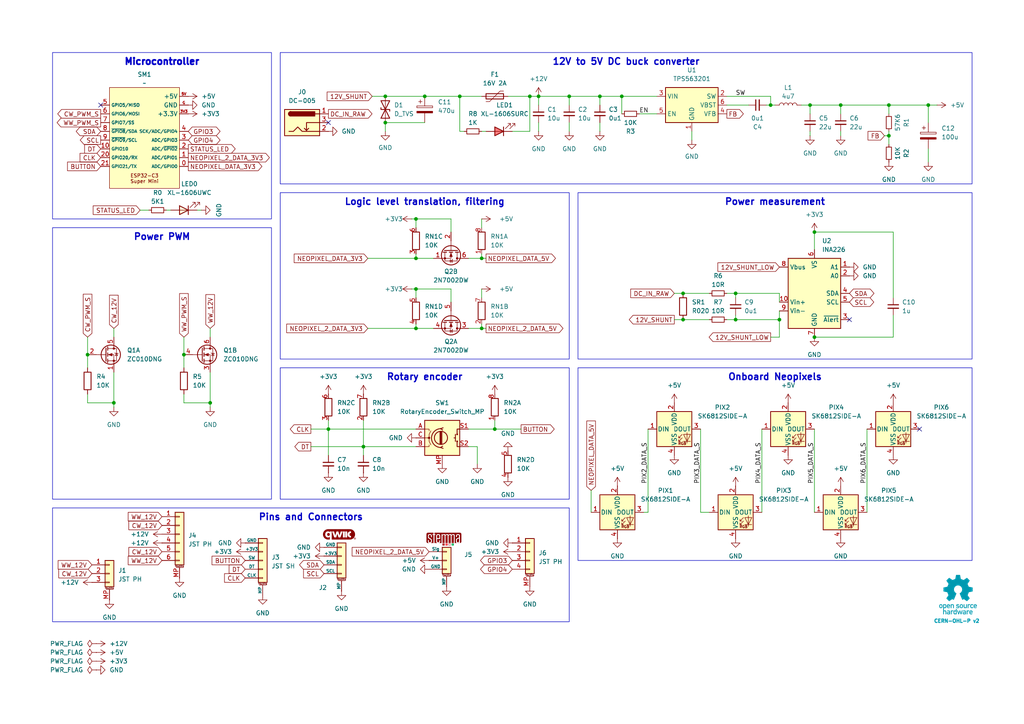
<source format=kicad_sch>
(kicad_sch (version 20231120) (generator "eeschema") (generator_version "8.0")
  (paper "A4")
  (junction (at 213.36 85.09))
  (junction (at 111.76 27.94))
  (junction (at 257.81 39.37))
  (junction (at 269.24 30.48))
  (junction (at 226.06 92.71))
  (junction (at 236.22 67.31))
  (junction (at 139.7 74.93))
  (junction (at 156.21 27.94))
  (junction (at 180.34 27.94))
  (junction (at 133.35 27.94))
  (junction (at 234.95 30.48))
  (junction (at 33.02 116.84))
  (junction (at 198.12 92.71))
  (junction (at 111.76 35.56))
  (junction (at 120.65 74.93))
  (junction (at 153.67 27.94))
  (junction (at 257.81 30.48))
  (junction (at 173.99 27.94))
  (junction (at 60.96 116.84))
  (junction (at 25.4 102.87))
  (junction (at 213.36 92.71))
  (junction (at 120.65 95.25))
  (junction (at 243.84 30.48))
  (junction (at 223.52 30.48))
  (junction (at 165.1 27.94))
  (junction (at 123.19 27.94))
  (junction (at 53.34 102.87))
  (junction (at 139.7 95.25))
  (junction (at 143.51 124.46))
  (junction (at 236.22 97.79))
  (junction (at 120.65 83.82))
  (junction (at 198.12 85.09))
  (junction (at 120.65 63.5))
  (junction (at 95.25 124.46))
  (junction (at 105.41 129.54))
  (no_connect (at 29.21 30.48))
  (no_connect (at 246.38 92.71))
  (no_connect (at 266.7 124.46))
  (no_connect (at 95.25 35.56))
  (wire (pts (xy 156.21 30.48) (xy 156.21 27.94)))
  (wire (pts (xy 210.82 85.09) (xy 213.36 85.09)))
  (wire (pts (xy 226.06 97.79) (xy 226.06 92.71)))
  (wire (pts (xy 213.36 85.09) (xy 213.36 86.36)))
  (wire (pts (xy 173.99 38.1) (xy 173.99 35.56)))
  (wire (pts (xy 203.2 148.59) (xy 205.74 148.59)))
  (wire (pts (xy 153.67 27.94) (xy 153.67 38.1)))
  (wire (pts (xy 111.76 27.94) (xy 123.19 27.94)))
  (wire (pts (xy 198.12 85.09) (xy 205.74 85.09)))
  (wire (pts (xy 95.25 124.46) (xy 120.65 124.46)))
  (wire (pts (xy 171.45 142.24) (xy 171.45 148.59)))
  (wire (pts (xy 120.65 83.82) (xy 130.81 83.82)))
  (wire (pts (xy 223.52 27.94) (xy 223.52 30.48)))
  (wire (pts (xy 236.22 124.46) (xy 236.22 148.59)))
  (wire (pts (xy 33.02 107.95) (xy 33.02 116.84)))
  (wire (pts (xy 203.2 124.46) (xy 203.2 148.59)))
  (wire (pts (xy 234.95 30.48) (xy 234.95 33.02)))
  (wire (pts (xy 243.84 30.48) (xy 257.81 30.48)))
  (wire (pts (xy 120.65 63.5) (xy 120.65 66.04)))
  (wire (pts (xy 251.46 124.46) (xy 251.46 148.59)))
  (wire (pts (xy 106.68 74.93) (xy 120.65 74.93)))
  (wire (pts (xy 138.43 129.54) (xy 138.43 134.62)))
  (wire (pts (xy 232.41 30.48) (xy 234.95 30.48)))
  (wire (pts (xy 58.42 60.96) (xy 57.15 60.96)))
  (wire (pts (xy 226.06 92.71) (xy 213.36 92.71)))
  (wire (pts (xy 120.65 83.82) (xy 120.65 86.36)))
  (wire (pts (xy 210.82 30.48) (xy 217.17 30.48)))
  (wire (pts (xy 53.34 116.84) (xy 60.96 116.84)))
  (wire (pts (xy 223.52 30.48) (xy 224.79 30.48)))
  (wire (pts (xy 259.08 67.31) (xy 236.22 67.31)))
  (wire (pts (xy 111.76 35.56) (xy 111.76 38.1)))
  (wire (pts (xy 135.89 95.25) (xy 139.7 95.25)))
  (wire (pts (xy 173.99 30.48) (xy 173.99 27.94)))
  (wire (pts (xy 156.21 38.1) (xy 156.21 35.56)))
  (wire (pts (xy 25.4 102.87) (xy 25.4 106.68)))
  (wire (pts (xy 147.32 27.94) (xy 153.67 27.94)))
  (wire (pts (xy 139.7 74.93) (xy 140.97 74.93)))
  (wire (pts (xy 195.58 85.09) (xy 198.12 85.09)))
  (wire (pts (xy 119.38 83.82) (xy 120.65 83.82)))
  (wire (pts (xy 135.89 124.46) (xy 143.51 124.46)))
  (wire (pts (xy 236.22 97.79) (xy 259.08 97.79)))
  (wire (pts (xy 25.4 116.84) (xy 33.02 116.84)))
  (wire (pts (xy 139.7 38.1) (xy 140.97 38.1)))
  (wire (pts (xy 236.22 67.31) (xy 236.22 72.39)))
  (wire (pts (xy 226.06 90.17) (xy 226.06 92.71)))
  (wire (pts (xy 119.38 63.5) (xy 120.65 63.5)))
  (wire (pts (xy 165.1 38.1) (xy 165.1 35.56)))
  (wire (pts (xy 60.96 107.95) (xy 60.96 116.84)))
  (wire (pts (xy 130.81 87.63) (xy 130.81 83.82)))
  (wire (pts (xy 220.98 124.46) (xy 220.98 148.59)))
  (wire (pts (xy 48.26 60.96) (xy 49.53 60.96)))
  (wire (pts (xy 234.95 30.48) (xy 243.84 30.48)))
  (wire (pts (xy 120.65 73.66) (xy 120.65 74.93)))
  (wire (pts (xy 143.51 121.92) (xy 143.51 124.46)))
  (wire (pts (xy 107.95 27.94) (xy 111.76 27.94)))
  (wire (pts (xy 185.42 33.02) (xy 190.5 33.02)))
  (wire (pts (xy 139.7 95.25) (xy 140.97 95.25)))
  (wire (pts (xy 120.65 63.5) (xy 130.81 63.5)))
  (wire (pts (xy 257.81 30.48) (xy 257.81 33.02)))
  (wire (pts (xy 33.02 116.84) (xy 33.02 118.11)))
  (wire (pts (xy 133.35 27.94) (xy 139.7 27.94)))
  (wire (pts (xy 186.69 148.59) (xy 187.96 148.59)))
  (wire (pts (xy 90.17 129.54) (xy 105.41 129.54)))
  (wire (pts (xy 25.4 97.79) (xy 25.4 102.87)))
  (wire (pts (xy 106.68 95.25) (xy 120.65 95.25)))
  (wire (pts (xy 210.82 27.94) (xy 223.52 27.94)))
  (wire (pts (xy 213.36 92.71) (xy 213.36 91.44)))
  (wire (pts (xy 53.34 102.87) (xy 53.34 106.68)))
  (wire (pts (xy 269.24 43.18) (xy 269.24 46.99)))
  (wire (pts (xy 143.51 124.46) (xy 151.13 124.46)))
  (wire (pts (xy 105.41 129.54) (xy 105.41 121.92)))
  (wire (pts (xy 133.35 27.94) (xy 133.35 38.1)))
  (wire (pts (xy 139.7 73.66) (xy 139.7 74.93)))
  (wire (pts (xy 257.81 39.37) (xy 257.81 41.91)))
  (wire (pts (xy 165.1 30.48) (xy 165.1 27.94)))
  (wire (pts (xy 259.08 86.36) (xy 259.08 67.31)))
  (wire (pts (xy 25.4 114.3) (xy 25.4 116.84)))
  (wire (pts (xy 120.65 74.93) (xy 125.73 74.93)))
  (wire (pts (xy 123.19 27.94) (xy 133.35 27.94)))
  (wire (pts (xy 187.96 148.59) (xy 187.96 124.46)))
  (wire (pts (xy 165.1 27.94) (xy 173.99 27.94)))
  (wire (pts (xy 243.84 39.37) (xy 243.84 38.1)))
  (wire (pts (xy 120.65 93.98) (xy 120.65 95.25)))
  (wire (pts (xy 269.24 30.48) (xy 271.78 30.48)))
  (wire (pts (xy 130.81 67.31) (xy 130.81 63.5)))
  (wire (pts (xy 259.08 91.44) (xy 259.08 97.79)))
  (wire (pts (xy 156.21 27.94) (xy 165.1 27.94)))
  (wire (pts (xy 60.96 116.84) (xy 60.96 118.11)))
  (wire (pts (xy 173.99 27.94) (xy 180.34 27.94)))
  (wire (pts (xy 223.52 97.79) (xy 226.06 97.79)))
  (wire (pts (xy 53.34 97.79) (xy 53.34 102.87)))
  (wire (pts (xy 153.67 38.1) (xy 148.59 38.1)))
  (wire (pts (xy 105.41 129.54) (xy 105.41 132.08)))
  (wire (pts (xy 120.65 95.25) (xy 125.73 95.25)))
  (wire (pts (xy 210.82 92.71) (xy 213.36 92.71)))
  (wire (pts (xy 135.89 129.54) (xy 138.43 129.54)))
  (wire (pts (xy 139.7 63.5) (xy 139.7 66.04)))
  (wire (pts (xy 153.67 27.94) (xy 156.21 27.94)))
  (wire (pts (xy 180.34 27.94) (xy 180.34 33.02)))
  (wire (pts (xy 43.18 60.96) (xy 40.64 60.96)))
  (wire (pts (xy 95.25 121.92) (xy 95.25 124.46)))
  (wire (pts (xy 135.89 74.93) (xy 139.7 74.93)))
  (wire (pts (xy 33.02 95.25) (xy 33.02 97.79)))
  (wire (pts (xy 111.76 35.56) (xy 123.19 35.56)))
  (wire (pts (xy 226.06 85.09) (xy 213.36 85.09)))
  (wire (pts (xy 95.25 124.46) (xy 95.25 132.08)))
  (wire (pts (xy 180.34 27.94) (xy 190.5 27.94)))
  (wire (pts (xy 198.12 92.71) (xy 205.74 92.71)))
  (wire (pts (xy 234.95 39.37) (xy 234.95 38.1)))
  (wire (pts (xy 53.34 114.3) (xy 53.34 116.84)))
  (wire (pts (xy 105.41 129.54) (xy 120.65 129.54)))
  (wire (pts (xy 222.25 30.48) (xy 223.52 30.48)))
  (wire (pts (xy 257.81 30.48) (xy 269.24 30.48)))
  (wire (pts (xy 139.7 93.98) (xy 139.7 95.25)))
  (wire (pts (xy 226.06 87.63) (xy 226.06 85.09)))
  (wire (pts (xy 195.58 92.71) (xy 198.12 92.71)))
  (wire (pts (xy 243.84 33.02) (xy 243.84 30.48)))
  (wire (pts (xy 133.35 38.1) (xy 134.62 38.1)))
  (wire (pts (xy 256.54 39.37) (xy 257.81 39.37)))
  (wire (pts (xy 60.96 95.25) (xy 60.96 97.79)))
  (wire (pts (xy 139.7 83.82) (xy 139.7 86.36)))
  (wire (pts (xy 200.66 40.64) (xy 200.66 38.1)))
  (wire (pts (xy 257.81 38.1) (xy 257.81 39.37)))
  (wire (pts (xy 269.24 30.48) (xy 269.24 35.56)))
  (wire (pts (xy 90.17 124.46) (xy 95.25 124.46)))
  (image (at 277.876 172.466) (scale 0.1691))
  (text_box "Onboard Neopixels" (at 167.64 106.68 0) (size 114.3 55.88) (effects (font (size 1.905 1.905) (thickness 0.381) (bold yes)) (justify top)))
  (text_box "Logic level translation, filtering" (at 81.28 55.88 0) (size 83.82 48.26) (effects (font (size 1.905 1.905) (thickness 0.381) (bold yes)) (justify top)))
  (text_box "Pins and Connectors" (at 15.24 147.32 0) (size 149.86 33.02) (effects (font (size 1.905 1.905) (thickness 0.381) (bold yes)) (justify top)))
  (text_box "Power PWM" (at 15.24 66.04 0) (size 63.5 78.74) (effects (font (size 1.905 1.905) (thickness 0.381) (bold yes)) (justify top)))
  (text_box "Power measurement" (at 167.64 55.88 0) (size 114.3 48.26) (effects (font (size 1.905 1.905) (thickness 0.381) (bold yes)) (justify top)))
  (text_box "Rotary encoder" (at 81.28 106.68 0) (size 83.82 38.1) (effects (font (size 1.905 1.905) (thickness 0.381) (bold yes)) (justify top)))
  (text_box "Microcontroller" (at 15.24 15.24 0) (size 63.5 48.26) (effects (font (size 1.905 1.905) (thickness 0.508) (bold yes)) (justify top)))
  (text_box "12V to 5V DC buck converter" (at 81.28 15.24 0) (size 200.66 38.1) (effects (font (size 1.905 1.905) (thickness 0.381) (bold yes)) (justify top)))
  (text "CERN-OHL-P v2" (at 277.495 180.34 0) (effects (font (size 1.016 1.016) (thickness 0.4) (bold yes))))
  (label "SW" (at 213.36 27.94 0))
  (label "PIX6_DATA_S" (at 251.46 128.27 270))
  (label "EN" (at 185.42 33.02 0))
  (label "PIX5_DATA_S" (at 236.22 128.27 270))
  (label "PIX2_DATA_S" (at 187.96 128.27 270))
  (label "PIX4_DATA_S" (at 220.98 128.27 270))
  (label "PIX3_DATA_S" (at 203.2 128.27 270))
  (global_label "DC_IN_RAW" (shape input) (at 195.58 85.09 180) (property "Intersheetrefs" "${INTERSHEET_REFS}" (effects (hide yes))))
  (global_label "WW_12V" (shape input) (at 26.67 163.83 180) (property "Intersheetrefs" "${INTERSHEET_REFS}" (effects (hide yes))))
  (global_label "NEOPIXEL_DATA_5V" (shape input) (at 171.45 142.24 90) (property "Intersheetrefs" "${INTERSHEET_REFS}" (effects (hide yes))))
  (global_label "CLK" (shape output) (at 90.17 124.46 180) (property "Intersheetrefs" "${INTERSHEET_REFS}" (effects (hide yes))))
  (global_label "CW_12V" (shape input) (at 46.99 152.4 180) (property "Intersheetrefs" "${INTERSHEET_REFS}" (effects (hide yes))))
  (global_label "CLK" (shape input) (at 29.21 45.72 180) (property "Intersheetrefs" "${INTERSHEET_REFS}" (effects (hide yes))))
  (global_label "BUTTON" (shape input) (at 29.21 48.26 180) (property "Intersheetrefs" "${INTERSHEET_REFS}" (effects (hide yes))))
  (global_label "WW_12V" (shape input) (at 46.99 149.86 180) (property "Intersheetrefs" "${INTERSHEET_REFS}" (effects (hide yes))))
  (global_label "SCL" (shape bidirectional) (at 246.38 87.63 0) (property "Intersheetrefs" "${INTERSHEET_REFS}" (effects (hide yes))))
  (global_label "DT" (shape input) (at 71.12 165.1 180) (property "Intersheetrefs" "${INTERSHEET_REFS}" (effects (hide yes))))
  (global_label "WW_12V" (shape input) (at 60.96 95.25 90) (property "Intersheetrefs" "${INTERSHEET_REFS}" (effects (hide yes))))
  (global_label "SDA" (shape bidirectional) (at 246.38 85.09 0) (property "Intersheetrefs" "${INTERSHEET_REFS}" (effects (hide yes))))
  (global_label "12V_SHUNT" (shape input) (at 107.95 27.94 180) (property "Intersheetrefs" "${INTERSHEET_REFS}" (effects (hide yes))))
  (global_label "NEOPIXEL_DATA_5V" (shape output) (at 140.97 74.93 0) (property "Intersheetrefs" "${INTERSHEET_REFS}" (effects (hide yes))))
  (global_label "STATUS_LED" (shape input) (at 40.64 60.96 180) (property "Intersheetrefs" "${INTERSHEET_REFS}" (effects (hide yes))))
  (global_label "GPIO4" (shape bidirectional) (at 54.61 40.64 0) (property "Intersheetrefs" "${INTERSHEET_REFS}" (effects (hide yes))))
  (global_label "WW_PWM_S" (shape output) (at 29.21 35.56 180) (property "Intersheetrefs" "${INTERSHEET_REFS}" (effects (hide yes))))
  (global_label "CLK" (shape input) (at 71.12 167.64 180) (property "Intersheetrefs" "${INTERSHEET_REFS}" (effects (hide yes))))
  (global_label "WW_12V" (shape input) (at 46.99 162.56 180) (property "Intersheetrefs" "${INTERSHEET_REFS}" (effects (hide yes))))
  (global_label "FB" (shape input) (at 256.54 39.37 180) (property "Intersheetrefs" "${INTERSHEET_REFS}" (effects (hide yes))))
  (global_label "CW_12V" (shape input) (at 26.67 166.37 180) (property "Intersheetrefs" "${INTERSHEET_REFS}" (effects (hide yes))))
  (global_label "DC_IN_RAW" (shape output) (at 95.25 33.02 0) (property "Intersheetrefs" "${INTERSHEET_REFS}" (effects (hide yes))))
  (global_label "BUTTON" (shape input) (at 71.12 162.56 180) (property "Intersheetrefs" "${INTERSHEET_REFS}" (effects (hide yes))))
  (global_label "SCL" (shape input) (at 93.98 166.37 180) (property "Intersheetrefs" "${INTERSHEET_REFS}" (effects (hide yes))))
  (global_label "CW_12V" (shape input) (at 33.02 95.25 90) (property "Intersheetrefs" "${INTERSHEET_REFS}" (effects (hide yes))))
  (global_label "NEOPIXEL_DATA_3V3" (shape output) (at 54.61 48.26 0) (property "Intersheetrefs" "${INTERSHEET_REFS}" (effects (hide yes))))
  (global_label "NEOPIXEL_2_DATA_3V3" (shape output) (at 54.61 45.72 0) (property "Intersheetrefs" "${INTERSHEET_REFS}" (effects (hide yes))))
  (global_label "CW_12V" (shape input) (at 46.99 160.02 180) (property "Intersheetrefs" "${INTERSHEET_REFS}" (effects (hide yes))))
  (global_label "12V_SHUNT" (shape output) (at 195.58 92.71 180) (property "Intersheetrefs" "${INTERSHEET_REFS}" (effects (hide yes))))
  (global_label "SDA" (shape bidirectional) (at 93.98 163.83 180) (property "Intersheetrefs" "${INTERSHEET_REFS}" (effects (hide yes))))
  (global_label "NEOPIXEL_DATA_3V3" (shape input) (at 106.68 74.93 180) (property "Intersheetrefs" "${INTERSHEET_REFS}" (effects (hide yes))))
  (global_label "GPIO3" (shape bidirectional) (at 148.59 162.56 180) (property "Intersheetrefs" "${INTERSHEET_REFS}" (effects (hide yes))))
  (global_label "NEOPIXEL_2_DATA_5V" (shape output) (at 140.97 95.25 0) (property "Intersheetrefs" "${INTERSHEET_REFS}" (effects (hide yes))))
  (global_label "DT" (shape input) (at 29.21 43.18 180) (property "Intersheetrefs" "${INTERSHEET_REFS}" (effects (hide yes))))
  (global_label "12V_SHUNT_LOW" (shape input) (at 226.06 77.47 180) (property "Intersheetrefs" "${INTERSHEET_REFS}" (effects (hide yes))))
  (global_label "WW_PWM_S" (shape input) (at 53.34 97.79 90) (property "Intersheetrefs" "${INTERSHEET_REFS}" (effects (hide yes))))
  (global_label "CW_PWM_S" (shape output) (at 29.21 33.02 180) (property "Intersheetrefs" "${INTERSHEET_REFS}" (effects (hide yes))))
  (global_label "SDA" (shape bidirectional) (at 29.21 38.1 180) (property "Intersheetrefs" "${INTERSHEET_REFS}" (effects (hide yes))))
  (global_label "FB" (shape output) (at 210.82 33.02 0) (property "Intersheetrefs" "${INTERSHEET_REFS}" (effects (hide yes))))
  (global_label "12V_SHUNT_LOW" (shape output) (at 223.52 97.79 180) (property "Intersheetrefs" "${INTERSHEET_REFS}" (effects (hide yes))))
  (global_label "BUTTON" (shape output) (at 151.13 124.46 0) (property "Intersheetrefs" "${INTERSHEET_REFS}" (effects (hide yes))))
  (global_label "GPIO4" (shape bidirectional) (at 148.59 165.1 180) (property "Intersheetrefs" "${INTERSHEET_REFS}" (effects (hide yes))))
  (global_label "GPIO3" (shape bidirectional) (at 54.61 38.1 0) (property "Intersheetrefs" "${INTERSHEET_REFS}" (effects (hide yes))))
  (global_label "SCL" (shape output) (at 29.21 40.64 180) (property "Intersheetrefs" "${INTERSHEET_REFS}" (effects (hide yes))))
  (global_label "STATUS_LED" (shape output) (at 54.61 43.18 0) (property "Intersheetrefs" "${INTERSHEET_REFS}" (effects (hide yes))))
  (global_label "NEOPIXEL_2_DATA_3V3" (shape input) (at 106.68 95.25 180) (property "Intersheetrefs" "${INTERSHEET_REFS}" (effects (hide yes))))
  (global_label "CW_PWM_S" (shape input) (at 25.4 97.79 90) (property "Intersheetrefs" "${INTERSHEET_REFS}" (effects (hide yes))))
  (global_label "DT" (shape output) (at 90.17 129.54 180) (property "Intersheetrefs" "${INTERSHEET_REFS}" (effects (hide yes))))
  (global_label "NEOPIXEL_2_DATA_5V" (shape input) (at 124.46 160.02 180) (property "Intersheetrefs" "${INTERSHEET_REFS}" (effects (hide yes))))
  (symbol (lib_id "power:VCC") (at 95.25 114.3 0) (unit 1)
    (property "Reference" "#PWR018" (effects (hide yes)))
    (property "Value" "+3V3" (at 95.25 109.22 0))
    (property "Description" "Power symbol creates a global label with name \"VCC\"" (effects (hide yes)))
  )
  (symbol (lib_id "power:GND") (at 93.98 158.75 270) (unit 1)
    (property "Reference" "#PWR016" (effects (hide yes)))
    (property "Value" "GND" (at 90.17 158.7499 90) (effects (justify right)))
    (property "Description" "Power symbol creates a global label with name \"GND\" , ground" (effects (hide yes)))
  )
  (symbol (lib_id "power:GND") (at 95.25 38.1 90) (unit 1)
    (property "Reference" "#PWR013" (effects (hide yes)))
    (property "Value" "GND" (at 99.06 38.0999 90) (effects (justify right)))
    (property "Description" "Power symbol creates a global label with name \"GND\" , ground" (effects (hide yes)))
  )
  (symbol (lib_id "power:GND") (at 246.38 80.01 90) (unit 1)
    (property "Reference" "#PWR050" (effects (hide yes)))
    (property "Value" "GND" (at 250.19 80.0099 90) (effects (justify right)))
    (property "Description" "Power symbol creates a global label with name \"GND\" , ground" (effects (hide yes)))
  )
  (symbol (lib_id "power:GND") (at 60.96 118.11 0) (unit 1)
    (property "Reference" "#PWR014" (effects (hide yes)))
    (property "Value" "GND" (at 60.96 123.19 0))
    (property "Description" "Power symbol creates a global label with name \"GND\" , ground" (effects (hide yes)))
  )
  (symbol (lib_id "connector:STEMMA-Signal") (at 129.54 162.56 0) (unit 1)
    (property "Reference" "J5" (at 134.62 160.8585 0) (effects (justify left)))
    (property "Value" "STEMMA-Signal" (effects (hide yes)))
    (property "Footprint" "connector:STEMMA-Signal-SMD-horizontal" (effects (hide yes)))
    (property "Datasheet" "https://learn.adafruit.com/introducing-adafruit-stemma-qt/technical-specs" (effects (hide yes)))
    (property "Description" "STEMMA signal connector, JST PH 2.0mm 1x03" (effects (hide yes)))
    (property "LCSC Part" "C5372880" (effects (hide yes)))
  )
  (symbol (lib_id "power:GND") (at 243.84 156.21 0) (unit 1)
    (property "Reference" "#PWR057" (effects (hide yes)))
    (property "Value" "GND" (at 243.84 161.29 0))
    (property "Description" "Power symbol creates a global label with name \"GND\" , ground" (effects (hide yes)))
  )
  (symbol (lib_id "discrete:2N7002DW") (at 130.81 72.39 270) (unit 2)
    (property "Reference" "Q2" (at 130.81 78.74 90))
    (property "Value" "2N7002DW" (at 130.81 81.28 90))
    (property "Footprint" "package:SOT-363_SC-70-6_HandSolder" (effects (hide yes)))
    (property "Datasheet" "https://www.onsemi.com/download/data-sheet/pdf/2n7002dw-d.pdf" (effects (hide yes)))
    (property "Description" "0.115A Id, 60V Vds, Dual N-Channel MOSFET, SOT-23-6" (effects (hide yes)))
    (property "LCSC Part" "C5190214" (effects (hide yes)))
    (property "JLCPCB_CORRECTION" "0; 0; 270" (effects (hide yes)))
  )
  (symbol (lib_id "power:GND") (at 71.12 157.48 270) (unit 1)
    (property "Reference" "#PWR028" (effects (hide yes)))
    (property "Value" "GND" (at 67.31 157.4799 90) (effects (justify right)))
    (property "Description" "Power symbol creates a global label with name \"GND\" , ground" (effects (hide yes)))
  )
  (symbol (lib_id "Device:C_Polarized") (at 269.24 39.37 0) (unit 1)
    (property "Reference" "C12" (at 273.05 37.2109 0) (effects (justify left)))
    (property "Value" "100u" (at 273.05 39.7509 0) (effects (justify left)))
    (property "Footprint" "Capacitor_SMD:CP_Elec_5x5.4" (effects (hide yes)))
    (property "Description" "Polarized capacitor" (effects (hide yes)))
    (property "LCSC Part" "C4054379" (effects (hide yes)))
  )
  (symbol (lib_id "power:GND") (at 156.21 38.1 0) (unit 1)
    (property "Reference" "#PWR021" (effects (hide yes)))
    (property "Value" "GND" (at 156.21 43.18 0))
    (property "Description" "Power symbol creates a global label with name \"GND\" , ground" (effects (hide yes)))
  )
  (symbol (lib_id "discrete:XL-1606UWC") (at 53.34 60.96 180) (unit 1)
    (property "Reference" "LED0" (at 54.9275 53.34 0))
    (property "Value" "XL-1606UWC" (at 54.9275 55.88 0))
    (property "Footprint" "discrete:LED_SideEmitter_1.7x1.1mm" (effects (hide yes)))
    (property "Datasheet" "https://www.lcsc.com/datasheet/lcsc_datasheet_2402181506_XINGLIGHT-XL-1606UWC_C965866.pdf" (effects (hide yes)))
    (property "Description" "Light emitting diode, White, Side-Emitter package" (effects (hide yes)))
    (property "LCSC Part" "C965866" (effects (hide yes)))
  )
  (symbol (lib_id "power:VCC") (at 46.99 154.94 90) (unit 1)
    (property "Reference" "#PWR060" (effects (hide yes)))
    (property "Value" "+12V" (at 43.18 154.9399 90) (effects (justify left)))
    (property "Description" "Power symbol creates a global label with name \"VCC\"" (effects (hide yes)))
  )
  (symbol (lib_id "power:GND") (at 153.67 170.18 0) (unit 1)
    (property "Reference" "#PWR069" (effects (hide yes)))
    (property "Value" "GND" (at 153.67 175.26 0))
    (property "Description" "Power symbol creates a global label with name \"GND\" , ground" (effects (hide yes)))
  )
  (symbol (lib_id "power:GND") (at 147.32 138.43 0) (unit 1)
    (property "Reference" "#PWR037" (effects (hide yes)))
    (property "Value" "GND" (at 147.32 143.51 0))
    (property "Description" "Power symbol creates a global label with name \"GND\" , ground" (effects (hide yes)))
  )
  (symbol (lib_id "Device:D_TVS") (at 111.76 31.75 90) (unit 1)
    (property "Reference" "D1" (at 114.3 30.4799 90) (effects (justify right)))
    (property "Value" "D_TVS" (at 114.3 33.0199 90) (effects (justify right)))
    (property "Footprint" "package:D_SOD-123F" (effects (hide yes)))
    (property "Datasheet" "https://www.lcsc.com/datasheet/lcsc_datasheet_2411081121_MSKSEMI-SMF13CA-MS_C7473216.pdf" (effects (hide yes)))
    (property "Description" "Bidirectional transient-voltage-suppression diode" (effects (hide yes)))
    (property "LCSC Part" "C7473216" (effects (hide yes)))
  )
  (symbol (lib_id "connector:JST_SH_01x05_RotaryEncoder") (at 76.2 162.56 0) (unit 1)
    (property "Reference" "J3" (at 78.74 161.6455 0) (effects (justify left)))
    (property "Value" "JST SH" (at 78.74 164.1855 0) (effects (justify left)))
    (property "Footprint" "connector:JST_SH_SM05B-SRSS-TB_1x05-1MP_P1.00mm_Horizontal" (effects (hide yes)))
    (property "Description" "JST SH connector for rotary encoder" (effects (hide yes)))
    (property "LCSC Part" "C7433426" (effects (hide yes)))
  )
  (symbol (lib_id "power:VCC") (at 156.21 27.94 0) (unit 1)
    (property "Reference" "#PWR052" (effects (hide yes)))
    (property "Value" "+12V" (at 156.21 22.86 0))
    (property "Description" "Power symbol creates a global label with name \"VCC\"" (effects (hide yes)))
  )
  (symbol (lib_id "module:ESP32-C3-Super-Mini") (at 41.91 39.37 0) (unit 1)
    (property "Reference" "SM1" (at 41.91 21.59 0))
    (property "Value" "~" (at 41.91 24.13 0))
    (property "Footprint" "module:ESP32-C3-Super-Mini-Castellated-SMD" (effects (hide yes)))
  )
  (symbol (lib_id "discrete:2N7002DW") (at 130.81 92.71 270) (unit 1)
    (property "Reference" "Q2" (at 130.81 99.06 90))
    (property "Value" "2N7002DW" (at 130.81 101.6 90))
    (property "Footprint" "package:SOT-363_SC-70-6_HandSolder" (effects (hide yes)))
    (property "Datasheet" "https://www.onsemi.com/download/data-sheet/pdf/2n7002dw-d.pdf" (effects (hide yes)))
    (property "Description" "0.115A Id, 60V Vds, Dual N-Channel MOSFET, SOT-23-6" (effects (hide yes)))
    (property "LCSC Part" "C5190214" (effects (hide yes)))
    (property "JLCPCB_CORRECTION" "0; 0; 270" (effects (hide yes)))
  )
  (symbol (lib_id "discrete:SK6812SIDE-A") (at 259.08 124.46 0) (unit 1)
    (property "Reference" "PIX6" (at 273.05 118.1414 0))
    (property "Value" "SK6812SIDE-A" (at 273.05 120.6814 0))
    (property "Footprint" "discrete:LED_SK6812SIDE-A_4.0x1.6mm" (effects (hide yes)))
    (property "Datasheet" "https://www.lcsc.com/datasheet/lcsc_datasheet_2108251530_OPSCO-Optoelectronics-SK6812SIDE-A-RVS_C2890037.pdf" (effects (hide yes)))
    (property "Description" "RGB LED with integrated controller, side view" (effects (hide yes)))
    (property "LCSC Part" "C2890037" (effects (hide yes)))
  )
  (symbol (lib_id "Device:R_Small") (at 257.81 35.56 0) (mirror x) (unit 1)
    (property "Reference" "R1" (at 262.89 35.56 90))
    (property "Value" "57K6" (at 260.35 35.56 90))
    (property "Footprint" "Resistor_SMD:R_0603_1608Metric" (effects (hide yes)))
    (property "Description" "Resistor, small symbol" (effects (hide yes)))
    (property "LCSC Part" "C23082" (effects (hide yes)))
  )
  (symbol (lib_id "Device:C_Small") (at 173.99 33.02 0) (unit 1)
    (property "Reference" "C3" (at 176.53 31.7562 0) (effects (justify left)))
    (property "Value" "0u1" (at 176.53 34.2962 0) (effects (justify left)))
    (property "Footprint" "discrete:C_0603_1608Metric" (effects (hide yes)))
    (property "Description" "Unpolarized capacitor, small symbol" (effects (hide yes)))
  )
  (symbol (lib_id "Device:R_Small") (at 45.72 60.96 270) (mirror x) (unit 1)
    (property "Reference" "R0" (at 45.72 55.88 90))
    (property "Value" "5K1" (at 45.72 58.42 90))
    (property "Footprint" "Resistor_SMD:R_0603_1608Metric" (effects (hide yes)))
    (property "Description" "Resistor, small symbol" (effects (hide yes)))
  )
  (symbol (lib_id "power:VCC") (at 105.41 114.3 0) (unit 1)
    (property "Reference" "#PWR022" (effects (hide yes)))
    (property "Value" "+3V3" (at 105.41 109.22 0))
    (property "Description" "Power symbol creates a global label with name \"VCC\"" (effects (hide yes)))
  )
  (symbol (lib_id "Device:R_Pack04_Split") (at 139.7 69.85 0) (unit 1)
    (property "Reference" "RN1" (at 142.24 68.5799 0) (effects (justify left)))
    (property "Value" "10K" (at 142.24 71.1199 0) (effects (justify left)))
    (property "Footprint" "discrete:R_Array_Convex_4x0603_HandSolder" (effects (hide yes)))
    (property "Description" "4 resistor network, parallel topology, split" (effects (hide yes)))
    (property "LCSC Part" "C110924" (effects (hide yes)))
  )
  (symbol (lib_id "Device:C_Small") (at 213.36 88.9 0) (unit 1)
    (property "Reference" "C9" (at 215.9 87.6362 0) (effects (justify left)))
    (property "Value" "0u1" (at 215.9 90.1762 0) (effects (justify left)))
    (property "Footprint" "discrete:C_0402_1005Metric" (effects (hide yes)))
    (property "Description" "Unpolarized capacitor, small symbol" (effects (hide yes)))
    (property "LCSC Part" "C152814" (effects (hide yes)))
  )
  (symbol (lib_id "Device:C_Small") (at 156.21 33.02 0) (unit 1)
    (property "Reference" "C1" (at 158.75 31.7562 0) (effects (justify left)))
    (property "Value" "10u" (at 158.75 34.2962 0) (effects (justify left)))
    (property "Footprint" "discrete:C_0603_1608Metric" (effects (hide yes)))
    (property "Description" "Unpolarized capacitor, small symbol" (effects (hide yes)))
  )
  (symbol (lib_id "power:+5V") (at 195.58 116.84 0) (unit 1)
    (property "Reference" "#PWR045" (effects (hide yes)))
    (property "Value" "+5V" (at 195.58 111.76 0))
    (property "Description" "Power symbol creates a global label with name \"+5V\"" (effects (hide yes)))
  )
  (symbol (lib_id "Device:Polyfuse") (at 143.51 27.94 90) (unit 1)
    (property "Reference" "F1" (at 143.51 21.59 90))
    (property "Value" "16V 2A" (at 143.51 24.13 90))
    (property "Footprint" "discrete:Fuse_1206_3216Metric" (effects (hide yes)))
    (property "Datasheet" "https://www.lcsc.com/datasheet/lcsc_datasheet_2410122003_Shenzhen-JDT-Fuse-ASMD1206-200-16V_C2982271.pdf" (effects (hide yes)))
    (property "Description" "Resettable fuse, polymeric positive temperature coefficient" (effects (hide yes)))
    (property "LCSC Part" "C2982271" (effects (hide yes)))
  )
  (symbol (lib_id "power:VCC") (at 46.99 157.48 90) (unit 1)
    (property "Reference" "#PWR062" (effects (hide yes)))
    (property "Value" "+12V" (at 43.18 157.4799 90) (effects (justify left)))
    (property "Description" "Power symbol creates a global label with name \"VCC\"" (effects (hide yes)))
  )
  (symbol (lib_id "power:GND") (at 31.75 173.99 0) (unit 1)
    (property "Reference" "#PWR015" (effects (hide yes)))
    (property "Value" "GND" (at 31.75 179.07 0))
    (property "Description" "Power symbol creates a global label with name \"GND\" , ground" (effects (hide yes)))
  )
  (symbol (lib_id "power:VCC") (at 27.94 186.69 270) (unit 1)
    (property "Reference" "#PWR04" (effects (hide yes)))
    (property "Value" "+12V" (at 31.75 186.6899 90) (effects (justify left)))
    (property "Description" "Power symbol creates a global label with name \"VCC\"" (effects (hide yes)))
  )
  (symbol (lib_id "power:VCC") (at 148.59 160.02 90) (unit 1)
    (property "Reference" "#PWR02" (effects (hide yes)))
    (property "Value" "+3V3" (at 144.78 160.0199 90) (effects (justify left)))
    (property "Description" "Power symbol creates a global label with name \"VCC\"" (effects (hide yes)))
  )
  (symbol (lib_id "Connector:Barrel_Jack_Switch") (at 87.63 35.56 0) (unit 1)
    (property "Reference" "J0" (at 87.63 26.67 0))
    (property "Value" "DC-005" (at 87.63 29.21 0))
    (property "Footprint" "connector:BarrelJack_DC-005_THT_Horizontal" (effects (hide yes)))
    (property "Description" "DC Barrel Jack with an internal switch" (effects (hide yes)))
  )
  (symbol (lib_id "power:+3V3") (at 119.38 63.5 90) (unit 1)
    (property "Reference" "#PWR026" (effects (hide yes)))
    (property "Value" "+3V3" (at 116.84 63.4999 90) (effects (justify left)))
    (property "Description" "Power symbol creates a global label with name \"+3V3\"" (effects (hide yes)))
  )
  (symbol (lib_id "power:GND") (at 236.22 97.79 0) (unit 1)
    (property "Reference" "#PWR048" (effects (hide yes)))
    (property "Value" "GND" (at 236.22 102.87 0))
    (property "Description" "Power symbol creates a global label with name \"GND\" , ground" (effects (hide yes)))
  )
  (symbol (lib_id "Device:C_Small") (at 234.95 35.56 0) (unit 1)
    (property "Reference" "C5" (at 237.49 34.2962 0) (effects (justify left)))
    (property "Value" "22u" (at 237.49 36.8362 0) (effects (justify left)))
    (property "Footprint" "discrete:C_0603_1608Metric" (effects (hide yes)))
    (property "Description" "Unpolarized capacitor, small symbol" (effects (hide yes)))
  )
  (symbol (lib_id "power:GND") (at 128.27 134.62 0) (unit 1)
    (property "Reference" "#PWR031" (effects (hide yes)))
    (property "Value" "GND" (at 128.27 139.7 0))
    (property "Description" "Power symbol creates a global label with name \"GND\" , ground" (effects (hide yes)))
  )
  (symbol (lib_id "power:PWR_FLAG") (at 27.94 186.69 90) (unit 1)
    (property "Reference" "#FLG04" (effects (hide yes)))
    (property "Value" "PWR_FLAG" (at 24.13 186.6899 90) (effects (justify left)))
    (property "Description" "Special symbol for telling ERC where power comes from" (effects (hide yes)))
  )
  (symbol (lib_id "power:+5V") (at 213.36 140.97 0) (unit 1)
    (property "Reference" "#PWR041" (effects (hide yes)))
    (property "Value" "+5V" (at 213.36 135.89 0))
    (property "Description" "Power symbol creates a global label with name \"+5V\"" (effects (hide yes)))
  )
  (symbol (lib_id "power:GND") (at 243.84 39.37 0) (unit 1)
    (property "Reference" "#PWR039" (effects (hide yes)))
    (property "Value" "GND" (at 243.84 44.45 0))
    (property "Description" "Power symbol creates a global label with name \"GND\" , ground" (effects (hide yes)))
  )
  (symbol (lib_id "power:GND") (at 120.65 127 270) (unit 1)
    (property "Reference" "#PWR027" (effects (hide yes)))
    (property "Value" "GND" (at 116.84 126.9999 90) (effects (justify right)))
    (property "Description" "Power symbol creates a global label with name \"GND\" , ground" (effects (hide yes)))
  )
  (symbol (lib_id "Device:C_Small") (at 105.41 134.62 0) (unit 1)
    (property "Reference" "C8" (at 107.95 133.3562 0) (effects (justify left)))
    (property "Value" "10n" (at 107.95 135.8962 0) (effects (justify left)))
    (property "Footprint" "discrete:C_0603_1608Metric" (effects (hide yes)))
    (property "Description" "Unpolarized capacitor, small symbol" (effects (hide yes)))
  )
  (symbol (lib_id "power:GND") (at 173.99 38.1 0) (unit 1)
    (property "Reference" "#PWR025" (effects (hide yes)))
    (property "Value" "GND" (at 173.99 43.18 0))
    (property "Description" "Power symbol creates a global label with name \"GND\" , ground" (effects (hide yes)))
  )
  (symbol (lib_id "power:VCC") (at 26.67 168.91 90) (unit 1)
    (property "Reference" "#PWR012" (effects (hide yes)))
    (property "Value" "+12V" (at 22.86 168.9099 90) (effects (justify left)))
    (property "Description" "Power symbol creates a global label with name \"VCC\"" (effects (hide yes)))
  )
  (symbol (lib_id "discrete:SK6812SIDE-A") (at 228.6 124.46 0) (unit 1)
    (property "Reference" "PIX4" (at 242.57 118.1414 0))
    (property "Value" "SK6812SIDE-A" (at 242.57 120.6814 0))
    (property "Footprint" "discrete:LED_SK6812SIDE-A_4.0x1.6mm" (effects (hide yes)))
    (property "Datasheet" "https://www.lcsc.com/datasheet/lcsc_datasheet_2108251530_OPSCO-Optoelectronics-SK6812SIDE-A-RVS_C2890037.pdf" (effects (hide yes)))
    (property "Description" "RGB LED with integrated controller, side view" (effects (hide yes)))
    (property "LCSC Part" "C2890037" (effects (hide yes)))
  )
  (symbol (lib_id "discrete:SK6812SIDE-A") (at 243.84 148.59 0) (unit 1)
    (property "Reference" "PIX5" (at 257.81 142.2714 0))
    (property "Value" "SK6812SIDE-A" (at 257.81 144.8114 0))
    (property "Footprint" "discrete:LED_SK6812SIDE-A_4.0x1.6mm" (effects (hide yes)))
    (property "Datasheet" "https://www.lcsc.com/datasheet/lcsc_datasheet_2108251530_OPSCO-Optoelectronics-SK6812SIDE-A-RVS_C2890037.pdf" (effects (hide yes)))
    (property "Description" "RGB LED with integrated controller, side view" (effects (hide yes)))
    (property "LCSC Part" "C2890037" (effects (hide yes)))
  )
  (symbol (lib_id "discrete:ZC010DNG") (at 58.42 102.87 0) (unit 2)
    (property "Reference" "Q1" (at 64.77 101.5999 0) (effects (justify left)))
    (property "Value" "ZC010DNG" (at 64.77 104.1399 0) (effects (justify left)))
    (property "Footprint" "package:PDFN-8_L3.2-W3.1-P0.65-LS3.4-BL-EP2" (effects (hide yes)))
    (property "Datasheet" "https://www.lcsc.com/datasheet/lcsc_datasheet_2407301051_DOINGTER-ZC010DNG_C36499170.pdf" (effects (hide yes)))
    (property "Description" "35A Id, 30V Vds, Dual N-Channel MOSFET, PDFN-8(3x3)" (effects (hide yes)))
    (property "LCSC Part" "C36499170" (effects (hide yes)))
  )
  (symbol (lib_id "power:GND") (at 148.59 157.48 270) (unit 1)
    (property "Reference" "#PWR01" (effects (hide yes)))
    (property "Value" "GND" (at 144.78 157.4799 90) (effects (justify right)))
    (property "Description" "Power symbol creates a global label with name \"GND\" , ground" (effects (hide yes)))
  )
  (symbol (lib_id "connector:Qwiic") (at 99.06 161.29 0) (unit 1)
    (property "Reference" "J2" (at 92.456 170.434 0) (effects (justify left)))
    (property "Value" "Qwiic" (effects (hide yes)))
    (property "Footprint" "connector:Qwiic-SMD-horizontal-logo" (effects (hide yes)))
    (property "Datasheet" "https://www.sparkfun.com/qwiic" (effects (hide yes)))
    (property "Description" "Qwiic connector, JST SH 1.0mm 1x04" (effects (hide yes)))
    (property "LCSC Part" "C19270571" (effects (hide yes)))
  )
  (symbol (lib_id "power:GND") (at 147.32 130.81 180) (unit 1)
    (property "Reference" "#PWR036" (effects (hide yes)))
    (property "Value" "GND" (at 147.32 125.73 0))
    (property "Description" "Power symbol creates a global label with name \"GND\" , ground" (effects (hide yes)))
  )
  (symbol (lib_id "power:GND") (at 195.58 132.08 0) (unit 1)
    (property "Reference" "#PWR046" (effects (hide yes)))
    (property "Value" "GND" (at 195.58 137.16 0))
    (property "Description" "Power symbol creates a global label with name \"GND\" , ground" (effects (hide yes)))
  )
  (symbol (lib_id "power:+5V") (at 179.07 140.97 0) (unit 1)
    (property "Reference" "#PWR043" (effects (hide yes)))
    (property "Value" "+5V" (at 179.07 135.89 0))
    (property "Description" "Power symbol creates a global label with name \"+5V\"" (effects (hide yes)))
  )
  (symbol (lib_id "Sensor_Energy:INA226") (at 236.22 85.09 0) (unit 1)
    (property "Reference" "U2" (at 238.4141 69.85 0) (effects (justify left)))
    (property "Value" "INA226" (at 238.4141 72.39 0) (effects (justify left)))
    (property "Footprint" "Package_SO:VSSOP-10_3x3mm_P0.5mm" (effects (hide yes)))
    (property "Datasheet" "http://www.ti.com/lit/ds/symlink/ina226.pdf" (effects (hide yes)))
    (property "Description" "High-Side or Low-Side Measurement, Bi-Directional Current and Power Monitor (0-36V) with I2C Compatible Interface, VSSOP-10" (effects (hide yes)))
    (property "LCSC Part" "C49851" (effects (hide yes)))
  )
  (symbol (lib_id "Device:R_Pack04_Split") (at 147.32 134.62 0) (unit 4)
    (property "Reference" "RN2" (at 149.86 133.3499 0) (effects (justify left)))
    (property "Value" "10K" (at 149.86 135.8899 0) (effects (justify left)))
    (property "Footprint" "discrete:R_Array_Convex_4x0603_HandSolder" (effects (hide yes)))
    (property "Description" "4 resistor network, parallel topology, split" (effects (hide yes)))
    (property "LCSC Part" "C110924" (effects (hide yes)))
  )
  (symbol (lib_id "power:+5V") (at 139.7 63.5 270) (unit 1)
    (property "Reference" "#PWR033" (effects (hide yes)))
    (property "Value" "+5V" (at 144.78 63.4999 90) (effects (justify left)))
    (property "Description" "Power symbol creates a global label with name \"+5V\"" (effects (hide yes)))
  )
  (symbol (lib_id "Device:R_Small") (at 208.28 92.71 90) (unit 1)
    (property "Reference" "R7" (at 208.28 87.63 90))
    (property "Value" "10R" (at 208.28 90.17 90))
    (property "Footprint" "Resistor_SMD:R_0402_1005Metric" (effects (hide yes)))
    (property "Description" "Resistor, small symbol" (effects (hide yes)))
    (property "LCSC Part" "C25077" (effects (hide yes)))
  )
  (symbol (lib_id "Device:L") (at 228.6 30.48 90) (unit 1)
    (property "Reference" "L1" (at 228.6 25.4 90))
    (property "Value" "4u7" (at 228.6 27.94 90))
    (property "Footprint" "discrete:L_1008_2520Metric" (effects (hide yes)))
    (property "Description" "Inductor" (effects (hide yes)))
    (property "LCSC Part" "C22471106" (effects (hide yes)))
  )
  (symbol (lib_id "power:GND") (at 129.54 170.18 0) (unit 1)
    (property "Reference" "#PWR063" (effects (hide yes)))
    (property "Value" "GND" (at 129.54 175.26 0))
    (property "Description" "Power symbol creates a global label with name \"GND\" , ground" (effects (hide yes)))
  )
  (symbol (lib_id "power:VCC") (at 54.61 33.02 270) (mirror x) (unit 1)
    (property "Reference" "#PWR010" (effects (hide yes)))
    (property "Value" "+3V3" (at 58.42 33.0201 90) (effects (justify left)))
    (property "Description" "Power symbol creates a global label with name \"VCC\"" (effects (hide yes)))
  )
  (symbol (lib_id "Device:C_Small") (at 243.84 35.56 0) (unit 1)
    (property "Reference" "C6" (at 246.38 34.2962 0) (effects (justify left)))
    (property "Value" "22u" (at 246.38 36.8362 0) (effects (justify left)))
    (property "Footprint" "discrete:C_0603_1608Metric" (effects (hide yes)))
    (property "Description" "Unpolarized capacitor, small symbol" (effects (hide yes)))
  )
  (symbol (lib_id "Device:R_Pack04_Split") (at 95.25 118.11 0) (unit 3)
    (property "Reference" "RN2" (at 97.79 116.8399 0) (effects (justify left)))
    (property "Value" "10K" (at 97.79 119.3799 0) (effects (justify left)))
    (property "Footprint" "discrete:R_Array_Convex_4x0603_HandSolder" (effects (hide yes)))
    (property "Description" "4 resistor network, parallel topology, split" (effects (hide yes)))
    (property "LCSC Part" "C110924" (effects (hide yes)))
  )
  (symbol (lib_id "Device:R_Small") (at 208.28 85.09 90) (unit 1)
    (property "Reference" "R6" (at 208.28 80.01 90))
    (property "Value" "10R" (at 208.28 82.55 90))
    (property "Footprint" "Resistor_SMD:R_0402_1005Metric" (effects (hide yes)))
    (property "Description" "Resistor, small symbol" (effects (hide yes)))
    (property "LCSC Part" "C25077" (effects (hide yes)))
  )
  (symbol (lib_id "power:+5V") (at 243.84 140.97 0) (unit 1)
    (property "Reference" "#PWR056" (effects (hide yes)))
    (property "Value" "+5V" (at 243.84 135.89 0))
    (property "Description" "Power symbol creates a global label with name \"+5V\"" (effects (hide yes)))
  )
  (symbol (lib_id "power:VCC") (at 143.51 114.3 0) (unit 1)
    (property "Reference" "#PWR034" (effects (hide yes)))
    (property "Value" "+3V3" (at 143.51 109.22 0))
    (property "Description" "Power symbol creates a global label with name \"VCC\"" (effects (hide yes)))
  )
  (symbol (lib_id "power:GND") (at 200.66 40.64 0) (unit 1)
    (property "Reference" "#PWR035" (effects (hide yes)))
    (property "Value" "GND" (at 200.66 45.3701 0))
    (property "Description" "Power symbol creates a global label with name \"GND\" , ground" (effects (hide yes)))
  )
  (symbol (lib_id "discrete:XL-1606SURC") (at 144.78 38.1 180) (unit 1)
    (property "Reference" "LED1" (at 146.3675 30.48 0))
    (property "Value" "XL-1606SURC" (at 146.3675 33.02 0))
    (property "Footprint" "discrete:LED_SideEmitter_1.7x1.1mm" (effects (hide yes)))
    (property "Datasheet" "https://www.lcsc.com/datasheet/lcsc_datasheet_2410121310_XINGLIGHT-XL-1606SURC_C965860.pdf" (effects (hide yes)))
    (property "Description" "Light emitting diode, Red, Side-Emitter package" (effects (hide yes)))
    (property "LCSC Part" "C965860" (effects (hide yes)))
  )
  (symbol (lib_id "Device:C_Small") (at 165.1 33.02 0) (unit 1)
    (property "Reference" "C2" (at 167.64 31.7562 0) (effects (justify left)))
    (property "Value" "10u" (at 167.64 34.2962 0) (effects (justify left)))
    (property "Footprint" "discrete:C_0603_1608Metric" (effects (hide yes)))
    (property "Description" "Unpolarized capacitor, small symbol" (effects (hide yes)))
  )
  (symbol (lib_id "Device:R_Pack04_Split") (at 139.7 90.17 0) (unit 2)
    (property "Reference" "RN1" (at 142.24 88.8999 0) (effects (justify left)))
    (property "Value" "10K" (at 142.24 91.4399 0) (effects (justify left)))
    (property "Footprint" "discrete:R_Array_Convex_4x0603_HandSolder" (effects (hide yes)))
    (property "Description" "4 resistor network, parallel topology, split" (effects (hide yes)))
    (property "LCSC Part" "C110924" (effects (hide yes)))
  )
  (symbol (lib_id "power:GND") (at 95.25 137.16 0) (unit 1)
    (property "Reference" "#PWR019" (effects (hide yes)))
    (property "Value" "GND" (at 95.25 142.24 0))
    (property "Description" "Power symbol creates a global label with name \"GND\" , ground" (effects (hide yes)))
  )
  (symbol (lib_id "Device:C_Small") (at 219.71 30.48 90) (mirror x) (unit 1)
    (property "Reference" "C4" (at 219.7163 36.83 90))
    (property "Value" "0u1" (at 219.7163 34.29 90))
    (property "Footprint" "discrete:C_0603_1608Metric" (effects (hide yes)))
    (property "Description" "Unpolarized capacitor, small symbol" (effects (hide yes)))
  )
  (symbol (lib_id "power:VCC") (at 27.94 191.77 270) (unit 1)
    (property "Reference" "#PWR06" (effects (hide yes)))
    (property "Value" "+3V3" (at 31.75 191.7699 90) (effects (justify left)))
    (property "Description" "Power symbol creates a global label with name \"VCC\"" (effects (hide yes)))
  )
  (symbol (lib_id "power:GND") (at 27.94 194.31 90) (unit 1)
    (property "Reference" "#PWR07" (effects (hide yes)))
    (property "Value" "GND" (at 31.75 194.3099 90) (effects (justify right)))
    (property "Description" "Power symbol creates a global label with name \"GND\" , ground" (effects (hide yes)))
  )
  (symbol (lib_id "power:GND") (at 246.38 77.47 90) (unit 1)
    (property "Reference" "#PWR049" (effects (hide yes)))
    (property "Value" "GND" (at 250.19 77.4699 90) (effects (justify right)))
    (property "Description" "Power symbol creates a global label with name \"GND\" , ground" (effects (hide yes)))
  )
  (symbol (lib_id "power:+5V") (at 228.6 116.84 0) (unit 1)
    (property "Reference" "#PWR054" (effects (hide yes)))
    (property "Value" "+5V" (at 228.6 111.76 0))
    (property "Description" "Power symbol creates a global label with name \"+5V\"" (effects (hide yes)))
  )
  (symbol (lib_id "power:GND") (at 234.95 39.37 0) (unit 1)
    (property "Reference" "#PWR038" (effects (hide yes)))
    (property "Value" "GND" (at 234.95 44.45 0))
    (property "Description" "Power symbol creates a global label with name \"GND\" , ground" (effects (hide yes)))
  )
  (symbol (lib_id "power:GND") (at 165.1 38.1 0) (unit 1)
    (property "Reference" "#PWR024" (effects (hide yes)))
    (property "Value" "GND" (at 165.1 43.18 0))
    (property "Description" "Power symbol creates a global label with name \"GND\" , ground" (effects (hide yes)))
  )
  (symbol (lib_id "power:GND") (at 111.76 38.1 0) (unit 1)
    (property "Reference" "#PWR051" (effects (hide yes)))
    (property "Value" "GND" (at 111.76 42.8301 0))
    (property "Description" "Power symbol creates a global label with name \"GND\" , ground" (effects (hide yes)))
  )
  (symbol (lib_id "power:+5V") (at 259.08 116.84 0) (unit 1)
    (property "Reference" "#PWR058" (effects (hide yes)))
    (property "Value" "+5V" (at 259.08 111.76 0))
    (property "Description" "Power symbol creates a global label with name \"+5V\"" (effects (hide yes)))
  )
  (symbol (lib_id "Device:R") (at 198.12 88.9 0) (unit 1)
    (property "Reference" "SR1" (at 200.66 87.6299 0) (effects (justify left)))
    (property "Value" "R020" (at 200.66 90.1699 0) (effects (justify left)))
    (property "Footprint" "Resistor_SMD:R_2512_6332Metric_Pad1.40x3.35mm_HandSolder" (effects (hide yes)))
    (property "Description" "Resistor" (effects (hide yes)))
    (property "LCSC Part" "C5375467" (effects (hide yes)))
  )
  (symbol (lib_id "Device:C_Polarized") (at 123.19 31.75 0) (unit 1)
    (property "Reference" "C11" (at 127 29.5909 0) (effects (justify left)))
    (property "Value" "470u" (at 127 32.1309 0) (effects (justify left)))
    (property "Footprint" "Capacitor_SMD:CP_Elec_8x10" (effects (hide yes)))
    (property "Description" "Polarized capacitor" (effects (hide yes)))
    (property "LCSC Part" "C7471889" (effects (hide yes)))
  )
  (symbol (lib_id "power:GND") (at 99.06 171.45 0) (unit 1)
    (property "Reference" "#PWR020" (effects (hide yes)))
    (property "Value" "GND" (at 99.06 176.53 0))
    (property "Description" "Power symbol creates a global label with name \"GND\" , ground" (effects (hide yes)))
  )
  (symbol (lib_id "power:VCC") (at 54.61 27.94 270) (unit 1)
    (property "Reference" "#PWR08" (effects (hide yes)))
    (property "Value" "+5V" (at 58.42 27.9399 90) (effects (justify left)))
    (property "Description" "Power symbol creates a global label with name \"VCC\"" (effects (hide yes)))
  )
  (symbol (lib_id "Connector_Generic_MountingPin:Conn_01x03_MountingPin") (at 31.75 166.37 0) (unit 1)
    (property "Reference" "J1" (at 34.29 165.4555 0) (effects (justify left)))
    (property "Value" "JST PH" (at 34.29 167.9955 0) (effects (justify left)))
    (property "Footprint" "connector:STEMMA-Signal-SMD-horizontal" (effects (hide yes)))
    (property "Description" "Generic connectable mounting pin connector, single row, 01x03, script generated (kicad-library-utils/schlib/autogen/connector/)" (effects (hide yes)))
    (property "LCSC Part" "C5372880" (effects (hide yes)))
  )
  (symbol (lib_id "power:GND") (at 76.2 172.72 0) (unit 1)
    (property "Reference" "#PWR030" (effects (hide yes)))
    (property "Value" "GND" (at 76.2 177.8 0))
    (property "Description" "Power symbol creates a global label with name \"GND\" , ground" (effects (hide yes)))
  )
  (symbol (lib_id "Device:R_Small") (at 137.16 38.1 270) (unit 1)
    (property "Reference" "R8" (at 137.16 33.02 90))
    (property "Value" "1K" (at 137.16 35.56 90))
    (property "Footprint" "Resistor_SMD:R_0603_1608Metric" (effects (hide yes)))
    (property "Description" "Resistor, small symbol" (effects (hide yes)))
  )
  (symbol (lib_id "power:GND") (at 52.07 167.64 0) (unit 1)
    (property "Reference" "#PWR061" (effects (hide yes)))
    (property "Value" "GND" (at 52.07 172.72 0))
    (property "Description" "Power symbol creates a global label with name \"GND\" , ground" (effects (hide yes)))
  )
  (symbol (lib_id "power:GND") (at 257.81 46.99 0) (unit 1)
    (property "Reference" "#PWR040" (effects (hide yes)))
    (property "Value" "GND" (at 257.81 52.07 0))
    (property "Description" "Power symbol creates a global label with name \"GND\" , ground" (effects (hide yes)))
  )
  (symbol (lib_id "Device:R_Pack04_Split") (at 143.51 118.11 0) (unit 1)
    (property "Reference" "RN2" (at 146.05 116.8399 0) (effects (justify left)))
    (property "Value" "10K" (at 146.05 119.3799 0) (effects (justify left)))
    (property "Footprint" "discrete:R_Array_Convex_4x0603_HandSolder" (effects (hide yes)))
    (property "Description" "4 resistor network, parallel topology, split" (effects (hide yes)))
    (property "LCSC Part" "C110924" (effects (hide yes)))
  )
  (symbol (lib_id "Device:R_Pack04_Split") (at 105.41 118.11 0) (unit 2)
    (property "Reference" "RN2" (at 107.95 116.8399 0) (effects (justify left)))
    (property "Value" "10K" (at 107.95 119.3799 0) (effects (justify left)))
    (property "Footprint" "discrete:R_Array_Convex_4x0603_HandSolder" (effects (hide yes)))
    (property "Description" "4 resistor network, parallel topology, split" (effects (hide yes)))
    (property "LCSC Part" "C110924" (effects (hide yes)))
  )
  (symbol (lib_id "power:VCC") (at 27.94 189.23 270) (unit 1)
    (property "Reference" "#PWR05" (effects (hide yes)))
    (property "Value" "+5V" (at 31.75 189.2299 90) (effects (justify left)))
    (property "Description" "Power symbol creates a global label with name \"VCC\"" (effects (hide yes)))
  )
  (symbol (lib_id "power:VCC") (at 71.12 160.02 90) (unit 1)
    (property "Reference" "#PWR029" (effects (hide yes)))
    (property "Value" "+3V3" (at 67.31 160.0199 90) (effects (justify left)))
    (property "Description" "Power symbol creates a global label with name \"VCC\"" (effects (hide yes)))
  )
  (symbol (lib_id "discrete:ZC010DNG") (at 30.48 102.87 0) (unit 1)
    (property "Reference" "Q1" (at 36.83 101.5999 0) (effects (justify left)))
    (property "Value" "ZC010DNG" (at 36.83 104.1399 0) (effects (justify left)))
    (property "Footprint" "package:PDFN-8_L3.2-W3.1-P0.65-LS3.4-BL-EP2" (effects (hide yes)))
    (property "Datasheet" "https://www.lcsc.com/datasheet/lcsc_datasheet_2407301051_DOINGTER-ZC010DNG_C36499170.pdf" (effects (hide yes)))
    (property "Description" "35A Id, 30V Vds, Dual N-Channel MOSFET, PDFN-8(3x3)" (effects (hide yes)))
    (property "LCSC Part" "C36499170" (effects (hide yes)))
  )
  (symbol (lib_id "power:VCC") (at 124.46 162.56 90) (unit 1)
    (property "Reference" "#PWR065" (effects (hide yes)))
    (property "Value" "+5V" (at 120.65 162.5599 90) (effects (justify left)))
    (property "Description" "Power symbol creates a global label with name \"VCC\"" (effects (hide yes)))
  )
  (symbol (lib_id "power:VCC") (at 271.78 30.48 270) (unit 1)
    (property "Reference" "#PWR042" (effects (hide yes)))
    (property "Value" "+5V" (at 275.59 30.4801 90) (effects (justify left)))
    (property "Description" "Power symbol creates a global label with name \"VCC\"" (effects (hide yes)))
  )
  (symbol (lib_id "power:+5V") (at 139.7 83.82 270) (unit 1)
    (property "Reference" "#PWR067" (effects (hide yes)))
    (property "Value" "+5V" (at 144.78 83.8199 90) (effects (justify left)))
    (property "Description" "Power symbol creates a global label with name \"+5V\"" (effects (hide yes)))
  )
  (symbol (lib_id "Device:R") (at 25.4 110.49 0) (unit 1)
    (property "Reference" "R4" (at 27.94 109.2199 0) (effects (justify left)))
    (property "Value" "10K" (at 27.94 111.7599 0) (effects (justify left)))
    (property "Footprint" "Resistor_SMD:R_0402_1005Metric" (effects (hide yes)))
    (property "Description" "Resistor" (effects (hide yes)))
  )
  (symbol (lib_id "power:+3V3") (at 119.38 83.82 90) (unit 1)
    (property "Reference" "#PWR066" (effects (hide yes)))
    (property "Value" "+3V3" (at 116.84 83.8199 90) (effects (justify left)))
    (property "Description" "Power symbol creates a global label with name \"+3V3\"" (effects (hide yes)))
  )
  (symbol (lib_id "power:GND") (at 105.41 137.16 0) (unit 1)
    (property "Reference" "#PWR023" (effects (hide yes)))
    (property "Value" "GND" (at 105.41 142.24 0))
    (property "Description" "Power symbol creates a global label with name \"GND\" , ground" (effects (hide yes)))
  )
  (symbol (lib_id "power:PWR_FLAG") (at 27.94 194.31 90) (unit 1)
    (property "Reference" "#FLG07" (effects (hide yes)))
    (property "Value" "PWR_FLAG" (at 24.13 194.3099 90) (effects (justify left)))
    (property "Description" "Special symbol for telling ERC where power comes from" (effects (hide yes)))
  )
  (symbol (lib_id "Device:R_Small") (at 257.81 44.45 0) (mirror x) (unit 1)
    (property "Reference" "R2" (at 262.89 44.45 90))
    (property "Value" "10K" (at 260.35 44.45 90))
    (property "Footprint" "Resistor_SMD:R_0603_1608Metric" (effects (hide yes)))
    (property "Description" "Resistor, small symbol" (effects (hide yes)))
  )
  (symbol (lib_id "Device:R") (at 53.34 110.49 0) (unit 1)
    (property "Reference" "R5" (at 55.88 109.2199 0) (effects (justify left)))
    (property "Value" "10K" (at 55.88 111.7599 0) (effects (justify left)))
    (property "Footprint" "Resistor_SMD:R_0402_1005Metric" (effects (hide yes)))
    (property "Description" "Resistor" (effects (hide yes)))
  )
  (symbol (lib_id "Device:R_Pack04_Split") (at 120.65 69.85 0) (unit 3)
    (property "Reference" "RN1" (at 123.19 68.5799 0) (effects (justify left)))
    (property "Value" "10K" (at 123.19 71.1199 0) (effects (justify left)))
    (property "Footprint" "discrete:R_Array_Convex_4x0603_HandSolder" (effects (hide yes)))
    (property "Description" "4 resistor network, parallel topology, split" (effects (hide yes)))
    (property "LCSC Part" "C110924" (effects (hide yes)))
  )
  (symbol (lib_id "power:GND") (at 138.43 134.62 0) (unit 1)
    (property "Reference" "#PWR032" (effects (hide yes)))
    (property "Value" "GND" (at 138.43 139.7 0))
    (property "Description" "Power symbol creates a global label with name \"GND\" , ground" (effects (hide yes)))
  )
  (symbol (lib_id "power:GND") (at 228.6 132.08 0) (unit 1)
    (property "Reference" "#PWR055" (effects (hide yes)))
    (property "Value" "GND" (at 228.6 137.16 0))
    (property "Description" "Power symbol creates a global label with name \"GND\" , ground" (effects (hide yes)))
  )
  (symbol (lib_id "power:GND") (at 259.08 132.08 0) (unit 1)
    (property "Reference" "#PWR059" (effects (hide yes)))
    (property "Value" "GND" (at 259.08 137.16 0))
    (property "Description" "Power symbol creates a global label with name \"GND\" , ground" (effects (hide yes)))
  )
  (symbol (lib_id "power:VCC") (at 236.22 67.31 0) (unit 1)
    (property "Reference" "#PWR047" (effects (hide yes)))
    (property "Value" "+3V3" (at 236.22 62.23 0))
    (property "Description" "Power symbol creates a global label with name \"VCC\"" (effects (hide yes)))
  )
  (symbol (lib_id "power:PWR_FLAG") (at 27.94 191.77 90) (unit 1)
    (property "Reference" "#FLG06" (effects (hide yes)))
    (property "Value" "PWR_FLAG" (at 24.13 191.7699 90) (effects (justify left)))
    (property "Description" "Special symbol for telling ERC where power comes from" (effects (hide yes)))
  )
  (symbol (lib_id "Connector_Generic_MountingPin:Conn_01x04_MountingPin") (at 153.67 160.02 0) (unit 1)
    (property "Reference" "J6" (at 156.21 160.3755 0) (effects (justify left)))
    (property "Value" "JST PH" (at 156.21 162.9155 0) (effects (justify left)))
    (property "Footprint" "connector:JST_PH_S4B-PH-SM4-TB_1x04-1MP_P2.00mm_Horizontal" (effects (hide yes)))
    (property "Description" "Generic connectable mounting pin connector, single row, 01x04, script generated (kicad-library-utils/schlib/autogen/connector/)" (effects (hide yes)))
    (property "LCSC Part" "C5343396" (effects (hide yes)))
  )
  (symbol (lib_id "Device:R_Small") (at 182.88 33.02 90) (mirror x) (unit 1)
    (property "Reference" "R3" (at 182.88 38.1 90))
    (property "Value" "10K" (at 182.88 35.56 90))
    (property "Footprint" "Resistor_SMD:R_0603_1608Metric" (effects (hide yes)))
    (property "Description" "Resistor, small symbol" (effects (hide yes)))
  )
  (symbol (lib_id "power:GND") (at 269.24 46.99 0) (unit 1)
    (property "Reference" "#PWR068" (effects (hide yes)))
    (property "Value" "GND" (at 269.24 52.07 0))
    (property "Description" "Power symbol creates a global label with name \"GND\" , ground" (effects (hide yes)))
  )
  (symbol (lib_id "Connector_Generic_MountingPin:Conn_01x06_MountingPin") (at 52.07 154.94 0) (unit 1)
    (property "Reference" "J4" (at 54.61 155.2955 0) (effects (justify left)))
    (property "Value" "JST PH" (at 54.61 157.8355 0) (effects (justify left)))
    (property "Footprint" "connector:JST_PH_S6B-PH-SM4-TB_1x06-1MP_P2.00mm_Horizontal" (effects (hide yes)))
    (property "Description" "Generic connectable mounting pin connector, single row, 01x06, script generated (kicad-library-utils/schlib/autogen/connector/)" (effects (hide yes)))
    (property "LCSC Part" "C7433652" (effects (hide yes)))
  )
  (symbol (lib_id "discrete:SK6812SIDE-A") (at 195.58 124.46 0) (unit 1)
    (property "Reference" "PIX2" (at 209.55 118.1414 0))
    (property "Value" "SK6812SIDE-A" (at 209.55 120.6814 0))
    (property "Footprint" "discrete:LED_SK6812SIDE-A_4.0x1.6mm" (effects (hide yes)))
    (property "Datasheet" "https://www.lcsc.com/datasheet/lcsc_datasheet_2108251530_OPSCO-Optoelectronics-SK6812SIDE-A-RVS_C2890037.pdf" (effects (hide yes)))
    (property "Description" "RGB LED with integrated controller, side view" (effects (hide yes)))
    (property "LCSC Part" "C2890037" (effects (hide yes)))
  )
  (symbol (lib_id "power:GND") (at 213.36 156.21 0) (unit 1)
    (property "Reference" "#PWR053" (effects (hide yes)))
    (property "Value" "GND" (at 213.36 161.29 0))
    (property "Description" "Power symbol creates a global label with name \"GND\" , ground" (effects (hide yes)))
  )
  (symbol (lib_id "Device:R_Pack04_Split") (at 120.65 90.17 0) (unit 4)
    (property "Reference" "RN1" (at 123.19 88.8999 0) (effects (justify left)))
    (property "Value" "10K" (at 123.19 91.4399 0) (effects (justify left)))
    (property "Footprint" "discrete:R_Array_Convex_4x0603_HandSolder" (effects (hide yes)))
    (property "Description" "4 resistor network, parallel topology, split" (effects (hide yes)))
    (property "LCSC Part" "C110924" (effects (hide yes)))
  )
  (symbol (lib_id "Device:RotaryEncoder_Switch_MP") (at 128.27 127 0) (unit 1)
    (property "Reference" "SW1" (at 128.27 116.84 0))
    (property "Value" "RotaryEncoder_Switch_MP" (at 128.27 119.38 0))
    (property "Footprint" "electromechanical:RotaryEncoder_Alps_EC11-Switch_Horizontal_H20mm" (effects (hide yes)))
    (property "Description" "Rotary encoder, dual channel, incremental quadrate outputs, with switch and MP Pin" (effects (hide yes)))
  )
  (symbol (lib_id "power:VCC") (at 93.98 161.29 90) (unit 1)
    (property "Reference" "#PWR017" (effects (hide yes)))
    (property "Value" "+3V3" (at 90.17 161.2899 90) (effects (justify left)))
    (property "Description" "Power symbol creates a global label with name \"VCC\"" (effects (hide yes)))
  )
  (symbol (lib_id "power:GND") (at 54.61 30.48 90) (mirror x) (unit 1)
    (property "Reference" "#PWR09" (effects (hide yes)))
    (property "Value" "GND" (at 58.42 30.4801 90) (effects (justify right)))
    (property "Description" "Power symbol creates a global label with name \"GND\" , ground" (effects (hide yes)))
  )
  (symbol (lib_id "power:PWR_FLAG") (at 27.94 189.23 90) (unit 1)
    (property "Reference" "#FLG05" (effects (hide yes)))
    (property "Value" "PWR_FLAG" (at 24.13 189.2299 90) (effects (justify left)))
    (property "Description" "Special symbol for telling ERC where power comes from" (effects (hide yes)))
  )
  (symbol (lib_id "power:GND") (at 58.42 60.96 90) (unit 1)
    (property "Reference" "#PWR03" (effects (hide yes)))
    (property "Value" "GND" (at 63.5 60.96 0))
    (property "Description" "Power symbol creates a global label with name \"GND\" , ground" (effects (hide yes)))
  )
  (symbol (lib_id "power:GND") (at 124.46 165.1 270) (unit 1)
    (property "Reference" "#PWR064" (effects (hide yes)))
    (property "Value" "GND" (at 120.65 165.0999 90) (effects (justify right)))
    (property "Description" "Power symbol creates a global label with name \"GND\" , ground" (effects (hide yes)))
  )
  (symbol (lib_id "Regulator_Switching:TPS563200") (at 200.66 30.48 0) (unit 1)
    (property "Reference" "U1" (at 200.66 20.32 0))
    (property "Value" "TPS563201" (at 200.66 22.86 0))
    (property "Footprint" "package:SOT-23-6" (effects (hide yes)))
    (property "Datasheet" "http://www.ti.com/lit/ds/symlink/tps563200.pdf" (effects (hide yes)))
    (property "Description" "3A Synchronous Step-Down Voltage Regulator, Adjustable Output Voltage, 4.5-17V Input Voltage, SOT-23-6" (effects (hide yes)))
    (property "LCSC Part" "C116592" (effects (hide yes)))
  )
  (symbol (lib_id "power:GND") (at 33.02 118.11 0) (unit 1)
    (property "Reference" "#PWR011" (effects (hide yes)))
    (property "Value" "GND" (at 33.02 123.19 0))
    (property "Description" "Power symbol creates a global label with name \"GND\" , ground" (effects (hide yes)))
  )
  (symbol (lib_id "discrete:SK6812SIDE-A") (at 179.07 148.59 0) (unit 1)
    (property "Reference" "PIX1" (at 193.04 142.2714 0))
    (property "Value" "SK6812SIDE-A" (at 193.04 144.8114 0))
    (property "Footprint" "discrete:LED_SK6812SIDE-A_4.0x1.6mm" (effects (hide yes)))
    (property "Datasheet" "https://www.lcsc.com/datasheet/lcsc_datasheet_2108251530_OPSCO-Optoelectronics-SK6812SIDE-A-RVS_C2890037.pdf" (effects (hide yes)))
    (property "Description" "RGB LED with integrated controller, side view" (effects (hide yes)))
    (property "LCSC Part" "C2890037" (effects (hide yes)))
  )
  (symbol (lib_id "Device:C_Small") (at 259.08 88.9 0) (unit 1)
    (property "Reference" "C10" (at 261.62 87.6362 0) (effects (justify left)))
    (property "Value" "1u" (at 261.62 90.1762 0) (effects (justify left)))
    (property "Footprint" "discrete:C_0402_1005Metric" (effects (hide yes)))
    (property "Description" "Unpolarized capacitor, small symbol" (effects (hide yes)))
  )
  (symbol (lib_id "power:GND") (at 179.07 156.21 0) (unit 1)
    (property "Reference" "#PWR044" (effects (hide yes)))
    (property "Value" "GND" (at 179.07 161.29 0))
    (property "Description" "Power symbol creates a global label with name \"GND\" , ground" (effects (hide yes)))
  )
  (symbol (lib_id "Device:C_Small") (at 95.25 134.62 0) (unit 1)
    (property "Reference" "C7" (at 97.79 133.3562 0) (effects (justify left)))
    (property "Value" "10n" (at 97.79 135.8962 0) (effects (justify left)))
    (property "Footprint" "discrete:C_0603_1608Metric" (effects (hide yes)))
    (property "Description" "Unpolarized capacitor, small symbol" (effects (hide yes)))
  )
  (symbol (lib_id "discrete:SK6812SIDE-A") (at 213.36 148.59 0) (unit 1)
    (property "Reference" "PIX3" (at 227.33 142.2714 0))
    (property "Value" "SK6812SIDE-A" (at 227.33 144.8114 0))
    (property "Footprint" "discrete:LED_SK6812SIDE-A_4.0x1.6mm" (effects (hide yes)))
    (property "Datasheet" "https://www.lcsc.com/datasheet/lcsc_datasheet_2108251530_OPSCO-Optoelectronics-SK6812SIDE-A-RVS_C2890037.pdf" (effects (hide yes)))
    (property "Description" "RGB LED with integrated controller, side view" (effects (hide yes)))
    (property "LCSC Part" "C2890037" (effects (hide yes)))
  )
)
</source>
